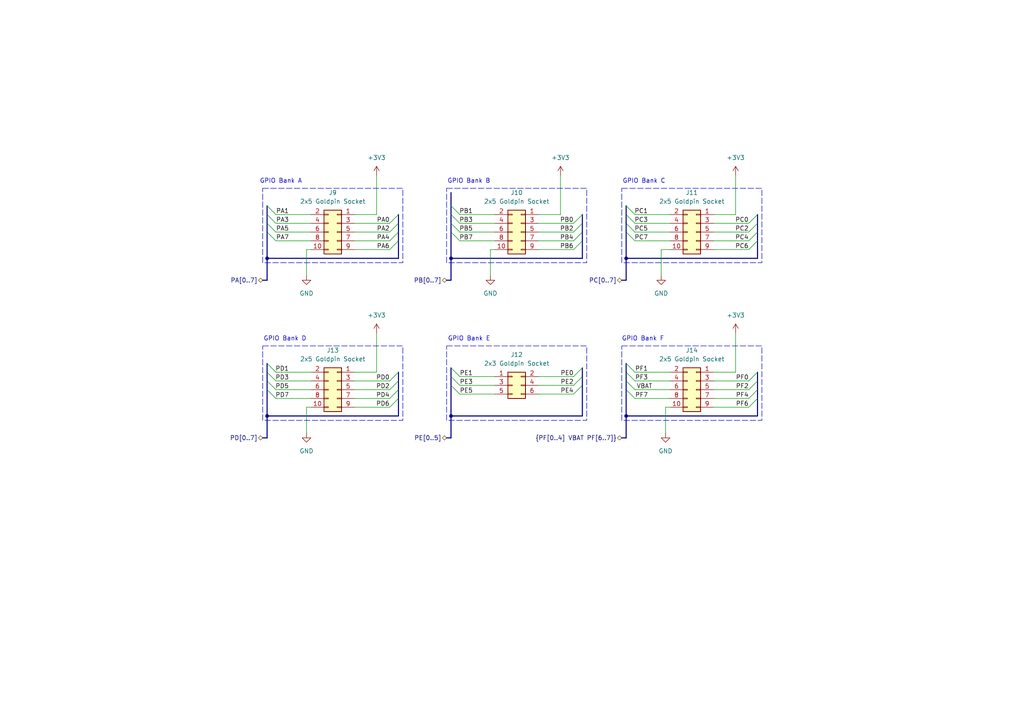
<source format=kicad_sch>
(kicad_sch (version 20250114) (generator "eeschema") (generator_version "9.0")
  (paper "A4")
  (title_block (title "ATXMEGA256 Miniboard") (date "2025-03-19") (rev "1.1") (company "Koło Naukowe Mikrosystemów ONYKS") (comment 1 "Szymon Bartosik, Mateusz Turycz") (comment 3 "Wszytskie elementy RLC są w obudowach SMD 0603 o ile nie \\n zaznaczono inaczej."))
  (lib_symbols
    (symbol "Connector_Generic:Conn_02x03_Odd_Even" (pin_names (offset 1.016) (hide yes))
      (property "Reference" "J" (at 1.27 5.08 0))
      (property "Value" "Conn_02x03_Odd_Even" (at 1.27 -5.08 0))
      (symbol "Conn_02x03_Odd_Even_1_1"
        (rectangle (start -1.27 3.81) (end 3.81 -3.81) (stroke (width 0.254)) (fill (type background)))
        (rectangle (start -1.27 2.667) (end 0 2.413) (stroke (width 0.1524)))
        (rectangle (start -1.27 0.127) (end 0 -0.127) (stroke (width 0.1524)))
        (rectangle (start -1.27 -2.413) (end 0 -2.667) (stroke (width 0.1524)))
        (rectangle (start 3.81 2.667) (end 2.54 2.413) (stroke (width 0.1524)))
        (rectangle (start 3.81 0.127) (end 2.54 -0.127) (stroke (width 0.1524)))
        (rectangle (start 3.81 -2.413) (end 2.54 -2.667) (stroke (width 0.1524)))
        (pin passive line (at -5.08 2.54 0) (length 3.81) (name "Pin_1") (number "1"))
        (pin passive line (at -5.08 0 0) (length 3.81) (name "Pin_3") (number "3"))
        (pin passive line (at -5.08 -2.54 0) (length 3.81) (name "Pin_5") (number "5"))
        (pin passive line (at 7.62 2.54 180) (length 3.81) (name "Pin_2") (number "2"))
        (pin passive line (at 7.62 0 180) (length 3.81) (name "Pin_4") (number "4"))
        (pin passive line (at 7.62 -2.54 180) (length 3.81) (name "Pin_6") (number "6"))
      )
    )
    (symbol "Connector_Generic:Conn_02x05_Odd_Even" (pin_names (offset 1.016) (hide yes))
      (property "Reference" "J" (at 1.27 7.62 0))
      (property "Value" "Conn_02x05_Odd_Even" (at 1.27 -7.62 0))
      (symbol "Conn_02x05_Odd_Even_1_1"
        (rectangle (start -1.27 6.35) (end 3.81 -6.35) (stroke (width 0.254)) (fill (type background)))
        (rectangle (start -1.27 5.207) (end 0 4.953) (stroke (width 0.1524)))
        (rectangle (start -1.27 2.667) (end 0 2.413) (stroke (width 0.1524)))
        (rectangle (start -1.27 0.127) (end 0 -0.127) (stroke (width 0.1524)))
        (rectangle (start -1.27 -2.413) (end 0 -2.667) (stroke (width 0.1524)))
        (rectangle (start -1.27 -4.953) (end 0 -5.207) (stroke (width 0.1524)))
        (rectangle (start 3.81 5.207) (end 2.54 4.953) (stroke (width 0.1524)))
        (rectangle (start 3.81 2.667) (end 2.54 2.413) (stroke (width 0.1524)))
        (rectangle (start 3.81 0.127) (end 2.54 -0.127) (stroke (width 0.1524)))
        (rectangle (start 3.81 -2.413) (end 2.54 -2.667) (stroke (width 0.1524)))
        (rectangle (start 3.81 -4.953) (end 2.54 -5.207) (stroke (width 0.1524)))
        (pin passive line (at -5.08 5.08 0) (length 3.81) (name "Pin_1") (number "1"))
        (pin passive line (at -5.08 2.54 0) (length 3.81) (name "Pin_3") (number "3"))
        (pin passive line (at -5.08 0 0) (length 3.81) (name "Pin_5") (number "5"))
        (pin passive line (at -5.08 -2.54 0) (length 3.81) (name "Pin_7") (number "7"))
        (pin passive line (at -5.08 -5.08 0) (length 3.81) (name "Pin_9") (number "9"))
        (pin passive line (at 7.62 5.08 180) (length 3.81) (name "Pin_2") (number "2"))
        (pin passive line (at 7.62 2.54 180) (length 3.81) (name "Pin_4") (number "4"))
        (pin passive line (at 7.62 0 180) (length 3.81) (name "Pin_6") (number "6"))
        (pin passive line (at 7.62 -2.54 180) (length 3.81) (name "Pin_8") (number "8"))
        (pin passive line (at 7.62 -5.08 180) (length 3.81) (name "Pin_10") (number "10"))
      )
    )
    (symbol "power:+3V3" (power) (pin_names (offset 0))
      (property "Value" "+3V3" (at 0 3.556 0))
      (symbol "+3V3_0_1"
        (polyline (pts (xy -0.762 1.27) (xy 0 2.54)))
        (polyline (pts (xy 0 2.54) (xy 0.762 1.27)))
        (polyline (pts (xy 0 0) (xy 0 2.54)))
      )
      (symbol "+3V3_1_1"
        (pin power_in line (at 0 0 90) (length 0) (hide yes) (name "+3V3") (number "1"))
      )
    )
    (symbol "power:GND" (power) (pin_names (offset 0))
      (property "Value" "GND" (at 0 -3.81 0))
      (symbol "GND_0_1"
        (polyline (pts (xy 0 0) (xy 0 -1.27) (xy 1.27 -1.27) (xy 0 -2.54) (xy -1.27 -1.27) (xy 0 -1.27)))
      )
      (symbol "GND_1_1"
        (pin power_in line (at 0 0 270) (length 0) (hide yes) (name "GND") (number "1"))
      )
    )
  )
  (rectangle (start 129.54 54.61) (end 170.18 76.2) (stroke (width 0) (type dash)))
  (rectangle (start 76.2 54.61) (end 116.84 76.2) (stroke (width 0) (type dash)))
  (rectangle (start 180.34 121.92) (end 220.98 100.33) (stroke (width 0) (type dash)))
  (rectangle (start 180.34 76.2) (end 220.98 54.61) (stroke (width 0) (type dash)))
  (rectangle (start 76.2 121.92) (end 116.84 100.33) (stroke (width 0) (type dash)))
  (rectangle (start 129.54 100.33) (end 170.18 121.92) (stroke (width 0) (type dash)))
  (text "GPIO Bank E" (at 142.24 99.06 0) (effects (font (size 1.27 1.27)) (justify right bottom)))
  (text "GPIO Bank F" (at 180.34 99.06 0) (effects (font (size 1.27 1.27)) (justify left bottom)))
  (text "GPIO Bank B" (at 142.24 53.34 0) (effects (font (size 1.27 1.27)) (justify right bottom)))
  (text "GPIO Bank D" (at 88.9 99.06 0) (effects (font (size 1.27 1.27)) (justify right bottom)))
  (text "GPIO Bank A" (at 87.63 53.34 0) (effects (font (size 1.27 1.27)) (justify right bottom)))
  (text "GPIO Bank C" (at 193.04 53.34 0) (effects (font (size 1.27 1.27)) (justify right bottom)))
  (junction (at 130.81 120.65))
  (junction (at 181.61 120.65))
  (junction (at 77.47 74.93))
  (junction (at 130.81 74.93))
  (junction (at 77.47 120.65))
  (junction (at 181.61 74.93))
  (bus_entry (at 77.47 64.77) (size 2.54 2.54))
  (bus_entry (at 181.61 59.69) (size 2.54 2.54))
  (bus_entry (at 168.91 62.23) (size -2.54 2.54))
  (bus_entry (at 115.57 115.57) (size -2.54 2.54))
  (bus_entry (at 130.81 62.23) (size 2.54 2.54))
  (bus_entry (at 130.81 67.31) (size 2.54 2.54))
  (bus_entry (at 219.71 107.95) (size -2.54 2.54))
  (bus_entry (at 130.81 59.69) (size 2.54 2.54))
  (bus_entry (at 115.57 113.03) (size -2.54 2.54))
  (bus_entry (at 219.71 110.49) (size -2.54 2.54))
  (bus_entry (at 77.47 105.41) (size 2.54 2.54))
  (bus_entry (at 181.61 64.77) (size 2.54 2.54))
  (bus_entry (at 219.71 113.03) (size -2.54 2.54))
  (bus_entry (at 77.47 107.95) (size 2.54 2.54))
  (bus_entry (at 181.61 105.41) (size 2.54 2.54))
  (bus_entry (at 115.57 67.31) (size -2.54 2.54))
  (bus_entry (at 130.81 109.22) (size 2.54 2.54))
  (bus_entry (at 168.91 69.85) (size -2.54 2.54))
  (bus_entry (at 181.61 62.23) (size 2.54 2.54))
  (bus_entry (at 130.81 64.77) (size 2.54 2.54))
  (bus_entry (at 168.91 106.68) (size -2.54 2.54))
  (bus_entry (at 219.71 69.85) (size -2.54 2.54))
  (bus_entry (at 168.91 109.22) (size -2.54 2.54))
  (bus_entry (at 115.57 64.77) (size -2.54 2.54))
  (bus_entry (at 115.57 62.23) (size -2.54 2.54))
  (bus_entry (at 168.91 111.76) (size -2.54 2.54))
  (bus_entry (at 181.61 107.95) (size 2.54 2.54))
  (bus_entry (at 77.47 59.69) (size 2.54 2.54))
  (bus_entry (at 115.57 107.95) (size -2.54 2.54))
  (bus_entry (at 181.61 113.03) (size 2.54 2.54))
  (bus_entry (at 219.71 67.31) (size -2.54 2.54))
  (bus_entry (at 181.61 110.49) (size 2.54 2.54))
  (bus_entry (at 219.71 64.77) (size -2.54 2.54))
  (bus_entry (at 168.91 64.77) (size -2.54 2.54))
  (bus_entry (at 77.47 113.03) (size 2.54 2.54))
  (bus_entry (at 168.91 67.31) (size -2.54 2.54))
  (bus_entry (at 77.47 110.49) (size 2.54 2.54))
  (bus_entry (at 115.57 110.49) (size -2.54 2.54))
  (bus_entry (at 130.81 111.76) (size 2.54 2.54))
  (bus_entry (at 181.61 67.31) (size 2.54 2.54))
  (bus_entry (at 219.71 62.23) (size -2.54 2.54))
  (bus_entry (at 130.81 106.68) (size 2.54 2.54))
  (bus_entry (at 77.47 67.31) (size 2.54 2.54))
  (bus_entry (at 77.47 62.23) (size 2.54 2.54))
  (bus_entry (at 219.71 115.57) (size -2.54 2.54))
  (bus_entry (at 115.57 69.85) (size -2.54 2.54))
  (wire (pts (xy 88.9 118.11) (xy 90.17 118.11)))
  (wire (pts (xy 113.03 113.03) (xy 102.87 113.03)))
  (bus (pts (xy 77.47 62.23) (xy 77.47 64.77)))
  (bus (pts (xy 219.71 74.93) (xy 219.71 69.85)))
  (wire (pts (xy 213.36 96.52) (xy 213.36 107.95)))
  (bus (pts (xy 77.47 67.31) (xy 77.47 74.93)))
  (wire (pts (xy 207.01 62.23) (xy 213.36 62.23)))
  (wire (pts (xy 109.22 50.8) (xy 109.22 62.23)))
  (wire (pts (xy 156.21 62.23) (xy 162.56 62.23)))
  (bus (pts (xy 181.61 64.77) (xy 181.61 67.31)))
  (wire (pts (xy 217.17 67.31) (xy 207.01 67.31)))
  (wire (pts (xy 184.15 62.23) (xy 194.31 62.23)))
  (wire (pts (xy 184.15 113.03) (xy 194.31 113.03)))
  (wire (pts (xy 88.9 125.73) (xy 88.9 118.11)))
  (bus (pts (xy 168.91 67.31) (xy 168.91 64.77)))
  (bus (pts (xy 168.91 120.65) (xy 168.91 111.76)))
  (bus (pts (xy 219.71 107.95) (xy 219.71 110.49)))
  (bus (pts (xy 168.91 74.93) (xy 168.91 69.85)))
  (wire (pts (xy 133.35 67.31) (xy 143.51 67.31)))
  (bus (pts (xy 130.81 106.68) (xy 130.81 109.22)))
  (bus (pts (xy 115.57 64.77) (xy 115.57 62.23)))
  (wire (pts (xy 113.03 72.39) (xy 102.87 72.39)))
  (wire (pts (xy 80.01 107.95) (xy 90.17 107.95)))
  (wire (pts (xy 90.17 69.85) (xy 80.01 69.85)))
  (bus (pts (xy 181.61 81.28) (xy 181.61 74.93)))
  (wire (pts (xy 102.87 62.23) (xy 109.22 62.23)))
  (wire (pts (xy 133.35 62.23) (xy 143.51 62.23)))
  (wire (pts (xy 113.03 115.57) (xy 102.87 115.57)))
  (wire (pts (xy 184.15 64.77) (xy 194.31 64.77)))
  (bus (pts (xy 129.54 81.28) (xy 130.81 81.28)))
  (bus (pts (xy 219.71 67.31) (xy 219.71 64.77)))
  (bus (pts (xy 219.71 120.65) (xy 219.71 115.57)))
  (wire (pts (xy 184.15 110.49) (xy 194.31 110.49)))
  (wire (pts (xy 207.01 107.95) (xy 213.36 107.95)))
  (wire (pts (xy 113.03 110.49) (xy 102.87 110.49)))
  (wire (pts (xy 156.21 114.3) (xy 166.37 114.3)))
  (wire (pts (xy 88.9 72.39) (xy 90.17 72.39)))
  (wire (pts (xy 142.24 80.01) (xy 142.24 72.39)))
  (bus (pts (xy 130.81 59.69) (xy 130.81 62.23)))
  (bus (pts (xy 77.47 127) (xy 77.47 120.65)))
  (bus (pts (xy 181.61 113.03) (xy 181.61 120.65)))
  (wire (pts (xy 217.17 72.39) (xy 207.01 72.39)))
  (wire (pts (xy 102.87 107.95) (xy 109.22 107.95)))
  (wire (pts (xy 156.21 111.76) (xy 166.37 111.76)))
  (wire (pts (xy 88.9 80.01) (xy 88.9 72.39)))
  (bus (pts (xy 130.81 120.65) (xy 168.91 120.65)))
  (bus (pts (xy 130.81 81.28) (xy 130.81 74.93)))
  (bus (pts (xy 181.61 67.31) (xy 181.61 74.93)))
  (wire (pts (xy 113.03 69.85) (xy 102.87 69.85)))
  (bus (pts (xy 77.47 64.77) (xy 77.47 67.31)))
  (bus (pts (xy 181.61 110.49) (xy 181.61 113.03)))
  (bus (pts (xy 130.81 64.77) (xy 130.81 67.31)))
  (wire (pts (xy 109.22 96.52) (xy 109.22 107.95)))
  (bus (pts (xy 76.2 127) (xy 77.47 127)))
  (bus (pts (xy 77.47 105.41) (xy 77.47 107.95)))
  (bus (pts (xy 77.47 74.93) (xy 115.57 74.93)))
  (bus (pts (xy 181.61 107.95) (xy 181.61 110.49)))
  (bus (pts (xy 130.81 111.76) (xy 130.81 120.65)))
  (bus (pts (xy 168.91 64.77) (xy 168.91 62.23)))
  (bus (pts (xy 180.34 127) (xy 181.61 127)))
  (wire (pts (xy 194.31 72.39) (xy 191.77 72.39)))
  (bus (pts (xy 115.57 113.03) (xy 115.57 110.49)))
  (bus (pts (xy 168.91 69.85) (xy 168.91 67.31)))
  (wire (pts (xy 90.17 67.31) (xy 80.01 67.31)))
  (wire (pts (xy 217.17 69.85) (xy 207.01 69.85)))
  (bus (pts (xy 168.91 109.22) (xy 168.91 111.76)))
  (bus (pts (xy 130.81 74.93) (xy 168.91 74.93)))
  (bus (pts (xy 130.81 59.69) (xy 130.81 55.88)))
  (wire (pts (xy 217.17 110.49) (xy 207.01 110.49)))
  (wire (pts (xy 217.17 64.77) (xy 207.01 64.77)))
  (bus (pts (xy 77.47 59.69) (xy 77.47 62.23)))
  (wire (pts (xy 133.35 69.85) (xy 143.51 69.85)))
  (wire (pts (xy 143.51 109.22) (xy 133.35 109.22)))
  (bus (pts (xy 115.57 115.57) (xy 115.57 113.03)))
  (bus (pts (xy 77.47 110.49) (xy 77.47 113.03)))
  (bus (pts (xy 130.81 62.23) (xy 130.81 64.77)))
  (bus (pts (xy 181.61 105.41) (xy 181.61 107.95)))
  (wire (pts (xy 184.15 69.85) (xy 194.31 69.85)))
  (wire (pts (xy 143.51 111.76) (xy 133.35 111.76)))
  (wire (pts (xy 113.03 67.31) (xy 102.87 67.31)))
  (wire (pts (xy 166.37 72.39) (xy 156.21 72.39)))
  (bus (pts (xy 115.57 74.93) (xy 115.57 69.85)))
  (wire (pts (xy 193.04 125.73) (xy 193.04 118.11)))
  (wire (pts (xy 113.03 118.11) (xy 102.87 118.11)))
  (bus (pts (xy 77.47 113.03) (xy 77.47 120.65)))
  (wire (pts (xy 90.17 64.77) (xy 80.01 64.77)))
  (bus (pts (xy 129.54 127) (xy 130.81 127)))
  (wire (pts (xy 113.03 64.77) (xy 102.87 64.77)))
  (bus (pts (xy 76.2 81.28) (xy 77.47 81.28)))
  (wire (pts (xy 213.36 62.23) (xy 213.36 50.8)))
  (wire (pts (xy 80.01 115.57) (xy 90.17 115.57)))
  (bus (pts (xy 115.57 67.31) (xy 115.57 64.77)))
  (wire (pts (xy 166.37 69.85) (xy 156.21 69.85)))
  (bus (pts (xy 181.61 74.93) (xy 219.71 74.93)))
  (bus (pts (xy 130.81 127) (xy 130.81 120.65)))
  (bus (pts (xy 130.81 67.31) (xy 130.81 74.93)))
  (wire (pts (xy 142.24 72.39) (xy 143.51 72.39)))
  (bus (pts (xy 219.71 113.03) (xy 219.71 115.57)))
  (bus (pts (xy 115.57 110.49) (xy 115.57 107.95)))
  (wire (pts (xy 90.17 62.23) (xy 80.01 62.23)))
  (bus (pts (xy 77.47 107.95) (xy 77.47 110.49)))
  (bus (pts (xy 130.81 109.22) (xy 130.81 111.76)))
  (wire (pts (xy 156.21 109.22) (xy 166.37 109.22)))
  (bus (pts (xy 180.34 81.28) (xy 181.61 81.28)))
  (bus (pts (xy 219.71 64.77) (xy 219.71 62.23)))
  (bus (pts (xy 168.91 109.22) (xy 168.91 106.68)))
  (wire (pts (xy 80.01 110.49) (xy 90.17 110.49)))
  (bus (pts (xy 181.61 127) (xy 181.61 120.65)))
  (wire (pts (xy 191.77 72.39) (xy 191.77 80.01)))
  (wire (pts (xy 217.17 115.57) (xy 207.01 115.57)))
  (wire (pts (xy 193.04 118.11) (xy 194.31 118.11)))
  (bus (pts (xy 181.61 59.69) (xy 181.61 62.23)))
  (wire (pts (xy 184.15 67.31) (xy 194.31 67.31)))
  (bus (pts (xy 219.71 69.85) (xy 219.71 67.31)))
  (wire (pts (xy 184.15 115.57) (xy 194.31 115.57)))
  (bus (pts (xy 77.47 81.28) (xy 77.47 74.93)))
  (wire (pts (xy 166.37 64.77) (xy 156.21 64.77)))
  (wire (pts (xy 217.17 113.03) (xy 207.01 113.03)))
  (bus (pts (xy 219.71 110.49) (xy 219.71 113.03)))
  (bus (pts (xy 115.57 120.65) (xy 115.57 115.57)))
  (bus (pts (xy 77.47 120.65) (xy 115.57 120.65)))
  (wire (pts (xy 217.17 118.11) (xy 207.01 118.11)))
  (bus (pts (xy 181.61 62.23) (xy 181.61 64.77)))
  (wire (pts (xy 162.56 62.23) (xy 162.56 50.8)))
  (bus (pts (xy 115.57 69.85) (xy 115.57 67.31)))
  (bus (pts (xy 181.61 120.65) (xy 219.71 120.65)))
  (wire (pts (xy 166.37 67.31) (xy 156.21 67.31)))
  (wire (pts (xy 184.15 107.95) (xy 194.31 107.95)))
  (wire (pts (xy 143.51 114.3) (xy 133.35 114.3)))
  (wire (pts (xy 80.01 113.03) (xy 90.17 113.03)))
  (wire (pts (xy 133.35 64.77) (xy 143.51 64.77)))
  (label "PE1" (at 137.16 109.22 180))
  (label "PE5" (at 137.16 114.3 180))
  (label "PA4" (at 113.03 69.85 180))
  (label "PB2" (at 166.37 67.31 180))
  (label "PD5" (at 83.82 113.03 180))
  (label "PA5" (at 83.82 67.31 180))
  (label "PA1" (at 83.82 62.23 180))
  (label "PC5" (at 187.96 67.31 180))
  (label "PF4" (at 217.17 115.57 180))
  (label "PA6" (at 113.03 72.39 180))
  (label "PE2" (at 162.56 111.76 0))
  (label "PE0" (at 162.56 109.22 0))
  (label "PF1" (at 187.96 107.95 180))
  (label "PC2" (at 217.17 67.31 180))
  (label "PD7" (at 83.82 115.57 180))
  (label "PE4" (at 162.56 114.3 0))
  (label "PC3" (at 187.96 64.77 180))
  (label "PC7" (at 187.96 69.85 180))
  (label "PB4" (at 166.37 69.85 180))
  (label "PD1" (at 83.82 107.95 180))
  (label "PD0" (at 113.03 110.49 180))
  (label "VBAT" (at 189.23 113.03 180))
  (label "PC1" (at 187.96 62.23 180))
  (label "PA2" (at 113.03 67.31 180))
  (label "PC0" (at 217.17 64.77 180))
  (label "PF7" (at 187.96 115.57 180))
  (label "PC4" (at 217.17 69.85 180))
  (label "PF6" (at 217.17 118.11 180))
  (label "PD2" (at 113.03 113.03 180))
  (label "PB6" (at 166.37 72.39 180))
  (label "PB3" (at 137.16 64.77 180))
  (label "PF0" (at 217.17 110.49 180))
  (label "PD4" (at 113.03 115.57 180))
  (label "PB1" (at 137.16 62.23 180))
  (label "PF3" (at 187.96 110.49 180))
  (label "PD3" (at 83.82 110.49 180))
  (label "PB7" (at 137.16 69.85 180))
  (label "PA0" (at 113.03 64.77 180))
  (label "PA7" (at 83.82 69.85 180))
  (label "PE3" (at 137.16 111.76 180))
  (label "PC6" (at 217.17 72.39 180))
  (label "PF2" (at 217.17 113.03 180))
  (label "PB5" (at 137.16 67.31 180))
  (label "PB0" (at 166.37 64.77 180))
  (label "PA3" (at 83.82 64.77 180))
  (label "PD6" (at 113.03 118.11 180))
  (hierarchical_label "PE[0..5]" (shape bidirectional) (at 129.54 127 180))
  (hierarchical_label "{PF[0..4] VBAT PF[6..7]}" (shape bidirectional) (at 180.34 127 180))
  (hierarchical_label "PD[0..7]" (shape bidirectional) (at 76.2 127 180))
  (hierarchical_label "PA[0..7]" (shape bidirectional) (at 76.2 81.28 180))
  (hierarchical_label "PC[0..7]" (shape bidirectional) (at 180.34 81.28 180))
  (hierarchical_label "PB[0..7]" (shape bidirectional) (at 129.54 81.28 180))
  (symbol (lib_id "Connector_Generic:Conn_02x03_Odd_Even") (at 148.59 111.76 0) (unit 1)
    (property "Reference" "J12" (at 149.86 102.87 0))
    (property "Value" "2x3 Goldpin Socket" (at 149.86 105.41 0))
    (property "Footprint" "Connector_PinSocket_2.54mm:PinSocket_2x03_P2.54mm_Vertical_SMD" (effects (hide yes)))
    (property "Part Number" "ZL264-6DG" (effects (hide yes)))
    (property "Manufacturer" "NINIGI" (effects (hide yes)))
  )
  (symbol (lib_id "Connector_Generic:Conn_02x05_Odd_Even") (at 201.93 67.31 0) (mirror y) (unit 1)
    (property "Reference" "J11" (at 200.66 55.88 0))
    (property "Value" "2x5 Goldpin Socket" (at 200.66 58.42 0))
    (property "Footprint" "Connector_PinSocket_2.54mm:PinSocket_2x05_P2.54mm_Vertical_SMD" (effects (hide yes)))
    (property "Part Number" "ZL264-10DG" (effects (hide yes)))
    (property "Manufacturer" "NINIGI" (effects (hide yes)))
  )
  (symbol (lib_id "Connector_Generic:Conn_02x05_Odd_Even") (at 97.79 67.31 0) (mirror y) (unit 1)
    (property "Reference" "J9" (at 96.52 55.88 0))
    (property "Value" "2x5 Goldpin Socket" (at 96.52 58.42 0))
    (property "Footprint" "Connector_PinSocket_2.54mm:PinSocket_2x05_P2.54mm_Vertical_SMD" (effects (hide yes)))
    (property "Part Number" "ZL264-10DG" (effects (hide yes)))
    (property "Manufacturer" "NINIGI" (effects (hide yes)))
  )
  (symbol (lib_id "power:+3V3") (at 109.22 96.52 0) (unit 1)
    (property "Reference" "#PWR030" (effects (hide yes)))
    (property "Value" "+3V3" (at 109.22 91.44 0))
  )
  (symbol (lib_id "power:+3V3") (at 213.36 96.52 0) (unit 1)
    (property "Reference" "#PWR031" (effects (hide yes)))
    (property "Value" "+3V3" (at 213.36 91.44 0))
  )
  (symbol (lib_id "power:GND") (at 142.24 80.01 0) (unit 1)
    (property "Reference" "#PWR028" (effects (hide yes)))
    (property "Value" "GND" (at 142.24 85.09 0))
  )
  (symbol (lib_id "power:+3V3") (at 162.56 50.8 0) (unit 1)
    (property "Reference" "#PWR025" (effects (hide yes)))
    (property "Value" "+3V3" (at 162.56 45.72 0))
  )
  (symbol (lib_id "Connector_Generic:Conn_02x05_Odd_Even") (at 201.93 113.03 0) (mirror y) (unit 1)
    (property "Reference" "J14" (at 200.66 101.6 0))
    (property "Value" "2x5 Goldpin Socket" (at 200.66 104.14 0))
    (property "Footprint" "Connector_PinSocket_2.54mm:PinSocket_2x05_P2.54mm_Vertical_SMD" (effects (hide yes)))
    (property "Part Number" "ZL264-10DG" (effects (hide yes)))
    (property "Manufacturer" "NINIGI" (effects (hide yes)))
  )
  (symbol (lib_id "power:GND") (at 191.77 80.01 0) (unit 1)
    (property "Reference" "#PWR029" (effects (hide yes)))
    (property "Value" "GND" (at 191.77 85.09 0))
  )
  (symbol (lib_id "power:GND") (at 88.9 125.73 0) (unit 1)
    (property "Reference" "#PWR032" (effects (hide yes)))
    (property "Value" "GND" (at 88.9 130.81 0))
  )
  (symbol (lib_id "power:GND") (at 88.9 80.01 0) (unit 1)
    (property "Reference" "#PWR027" (effects (hide yes)))
    (property "Value" "GND" (at 88.9 85.09 0))
  )
  (symbol (lib_id "Connector_Generic:Conn_02x05_Odd_Even") (at 151.13 67.31 0) (mirror y) (unit 1)
    (property "Reference" "J10" (at 149.86 55.88 0))
    (property "Value" "2x5 Goldpin Socket" (at 149.86 58.42 0))
    (property "Footprint" "Connector_PinSocket_2.54mm:PinSocket_2x05_P2.54mm_Vertical_SMD" (effects (hide yes)))
    (property "Part Number" "ZL264-10DG" (effects (hide yes)))
    (property "Manufacturer" "NINIGI" (effects (hide yes)))
  )
  (symbol (lib_id "power:GND") (at 193.04 125.73 0) (unit 1)
    (property "Reference" "#PWR033" (effects (hide yes)))
    (property "Value" "GND" (at 193.04 130.81 0))
  )
  (symbol (lib_id "power:+3V3") (at 213.36 50.8 0) (unit 1)
    (property "Reference" "#PWR026" (effects (hide yes)))
    (property "Value" "+3V3" (at 213.36 45.72 0))
  )
  (symbol (lib_id "Connector_Generic:Conn_02x05_Odd_Even") (at 97.79 113.03 0) (mirror y) (unit 1)
    (property "Reference" "J13" (at 96.52 101.6 0))
    (property "Value" "2x5 Goldpin Socket" (at 96.52 104.14 0))
    (property "Footprint" "Connector_PinSocket_2.54mm:PinSocket_2x05_P2.54mm_Vertical_SMD" (effects (hide yes)))
    (property "Part Number" "ZL264-10DG" (effects (hide yes)))
    (property "Manufacturer" "NINIGI" (effects (hide yes)))
  )
  (symbol (lib_id "power:+3V3") (at 109.22 50.8 0) (unit 1)
    (property "Reference" "#PWR024" (effects (hide yes)))
    (property "Value" "+3V3" (at 109.22 45.72 0))
  )
)
</source>
